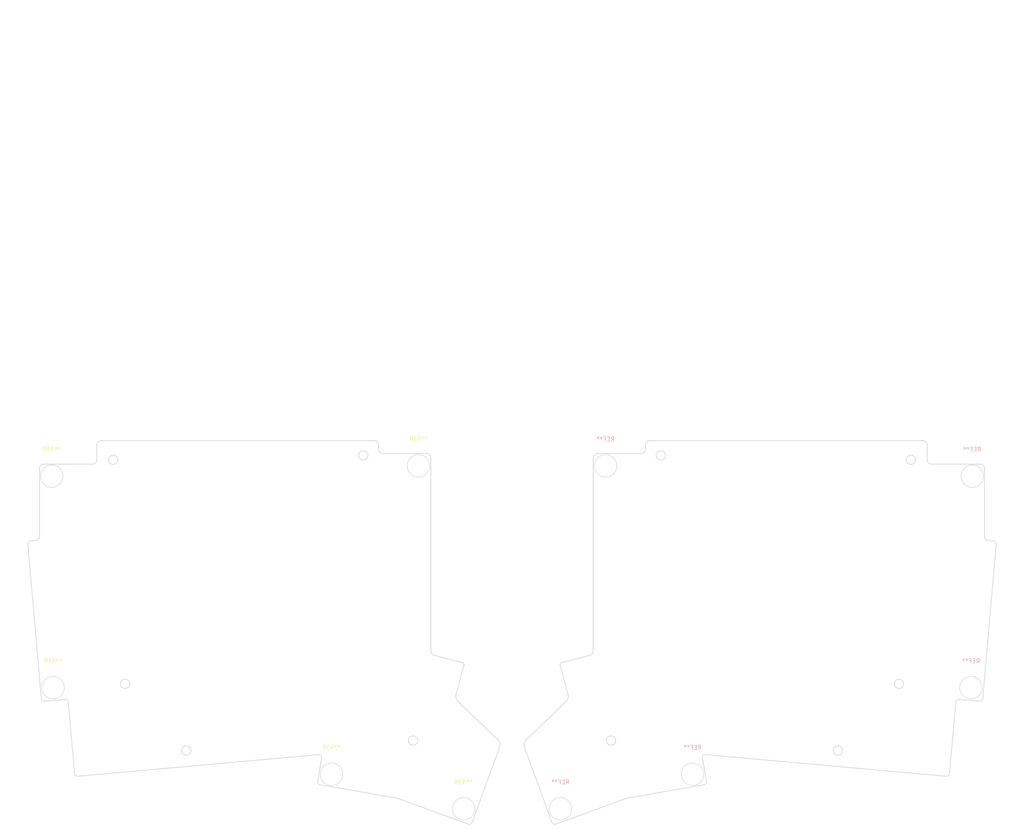
<source format=kicad_pcb>
(kicad_pcb (version 20221018) (generator pcbnew)
  (layers (0 "F.Cu" signal) (31 "B.Cu" signal) (34 "B.Paste" user) (35 "F.Paste" user) (36 "B.SilkS" user "B.Silkscreen") (37 "F.SilkS" user "F.Silkscreen") (38 "B.Mask" user) (39 "F.Mask" user) (44 "Edge.Cuts" user))
  (net 0 "")
  (footprint "jw_custom_footprint:MountingHole_5.3mm_M5_cutout" (layer "F.Cu") (at 96.2782 142.674786)
    (fp_text reference "REF**" (at 0 -6.3) (layer "F.SilkS"))
    (fp_text value "MountingHole_5.3mm_M5_cutout")
    (fp_circle (center 0 0) (end 2.65 0) (stroke (width 0.12)) (fill none) (layer "Edge.Cuts"))
  )
  (footprint "jw_custom_footprint:MountingHole_2.2mm_M2_cutout" (layer "F.Cu") (at 103.782586 67.431096)
    (fp_text reference "TH1" hide)
    (fp_text value "HOLE")
    (fp_circle (center 0 0) (end 1.1 0) (stroke (width 0.15)) (fill none) (layer "Edge.Cuts"))
  )
  (footprint "jw_custom_footprint:MountingHole_5.3mm_M5_cutout" (layer "F.Cu") (at 127.4694 150.853586)
    (fp_text reference "REF**" (at 0 -6.3) (layer "F.SilkS"))
    (fp_text value "MountingHole_5.3mm_M5_cutout")
    (fp_circle (center 0 0) (end 2.65 0) (stroke (width 0.12)) (fill none) (layer "Edge.Cuts"))
  )
  (footprint "jw_custom_footprint:MountingHole_5.3mm_M5_cutout" (layer "F.Cu") (at 116.8014 69.878386)
    (fp_text reference "REF**" (at 0 -6.3) (layer "F.SilkS"))
    (fp_text value "MountingHole_5.3mm_M5_cutout")
    (fp_circle (center 0 0) (end 2.65 0) (stroke (width 0.12)) (fill none) (layer "Edge.Cuts"))
  )
  (footprint "jw_custom_footprint:MountingHole_2.2mm_M2_cutout" (layer "F.Cu") (at 62.024986 137.077896)
    (fp_text reference "TH3" hide)
    (fp_text value "HOLE")
    (fp_circle (center 0 0) (end 1.1 0) (stroke (width 0.15)) (fill none) (layer "Edge.Cuts"))
  )
  (footprint "jw_custom_footprint:MountingHole_2.2mm_M2_cutout" (layer "F.Cu") (at 115.517386 134.741096)
    (fp_text reference "TH5" hide)
    (fp_text value "HOLE")
    (fp_circle (center 0 0) (end 1.1 0) (stroke (width 0.15)) (fill none) (layer "Edge.Cuts"))
  )
  (footprint "jw_custom_footprint:MountingHole_5.3mm_M5_cutout" (layer "F.Cu") (at 30.5938 122.253186)
    (fp_text reference "REF**" (at 0 -6.3) (layer "F.SilkS"))
    (fp_text value "MountingHole_5.3mm_M5_cutout")
    (fp_circle (center 0 0) (end 2.65 0) (stroke (width 0.12)) (fill none) (layer "Edge.Cuts"))
  )
  (footprint "jw_custom_footprint:MountingHole_2.2mm_M2_cutout" (layer "F.Cu") (at 47.597786 121.329896)
    (fp_text reference "TH6" hide)
    (fp_text value "HOLE")
    (fp_circle (center 0 0) (end 1.1 0) (stroke (width 0.15)) (fill none) (layer "Edge.Cuts"))
  )
  (footprint "jw_custom_footprint:MountingHole_5.3mm_M5_cutout" (layer "F.Cu") (at 30.289 72.316786)
    (fp_text reference "REF**" (at 0 -6.3) (layer "F.SilkS"))
    (fp_text value "MountingHole_5.3mm_M5_cutout")
    (fp_circle (center 0 0) (end 2.65 0) (stroke (width 0.12)) (fill none) (layer "Edge.Cuts"))
  )
  (footprint "jw_custom_footprint:MountingHole_2.2mm_M2_cutout" (layer "F.Cu") (at 44.778386 68.43751)
    (fp_text reference "TH2" hide)
    (fp_text value "HOLE")
    (fp_circle (center 0 0) (end 1.1 0) (stroke (width 0.15)) (fill none) (layer "Edge.Cuts"))
  )
  (footprint "jw_custom_footprint:MountingHole_5.3mm_M5_cutout" (layer "B.Cu") (at 150.289 150.853586 180)
    (fp_text reference "REF**" (at 0 6.3) (layer "B.SilkS") (effects (justify mirror)))
    (fp_text value "MountingHole_5.3mm_M5_cutout")
    (fp_circle (center 0 0) (end 2.65 0) (stroke (width 0.12)) (fill none) (layer "Edge.Cuts"))
  )
  (footprint "jw_custom_footprint:MountingHole_2.2mm_M2_cutout" (layer "B.Cu") (at 162.241014 134.741096 180)
    (fp_text reference "TH5" hide)
    (fp_text value "HOLE")
    (fp_circle (center 0 0) (end 1.1 0) (stroke (width 0.15)) (fill none) (layer "Edge.Cuts"))
  )
  (footprint "jw_custom_footprint:MountingHole_2.2mm_M2_cutout" (layer "B.Cu") (at 215.733414 137.077896 180)
    (fp_text reference "TH3" hide)
    (fp_text value "HOLE")
    (fp_circle (center 0 0) (end 1.1 0) (stroke (width 0.15)) (fill none) (layer "Edge.Cuts"))
  )
  (footprint "jw_custom_footprint:MountingHole_5.3mm_M5_cutout" (layer "B.Cu") (at 247.4694 72.316786 180)
    (fp_text reference "REF**" (at 0 6.3) (layer "B.SilkS") (effects (justify mirror)))
    (fp_text value "MountingHole_5.3mm_M5_cutout")
    (fp_circle (center 0 0) (end 2.65 0) (stroke (width 0.12)) (fill none) (layer "Edge.Cuts"))
  )
  (footprint "jw_custom_footprint:MountingHole_2.2mm_M2_cutout" (layer "B.Cu") (at 230.160614 121.329896 180)
    (fp_text reference "TH6" hide)
    (fp_text value "HOLE")
    (fp_circle (center 0 0) (end 1.1 0) (stroke (width 0.15)) (fill none) (layer "Edge.Cuts"))
  )
  (footprint "jw_custom_footprint:MountingHole_2.2mm_M2_cutout" (layer "B.Cu") (at 173.975814 67.431096 180)
    (fp_text reference "TH1" hide)
    (fp_text value "HOLE")
    (fp_circle (center 0 0) (end 1.1 0) (stroke (width 0.15)) (fill none) (layer "Edge.Cuts"))
  )
  (footprint "jw_custom_footprint:MountingHole_5.3mm_M5_cutout" (layer "B.Cu") (at 160.957 69.878386 180)
    (fp_text reference "REF**" (at 0 6.3) (layer "B.SilkS") (effects (justify mirror)))
    (fp_text value "MountingHole_5.3mm_M5_cutout")
    (fp_circle (center 0 0) (end 2.65 0) (stroke (width 0.12)) (fill none) (layer "Edge.Cuts"))
  )
  (footprint "jw_custom_footprint:MountingHole_2.2mm_M2_cutout" (layer "B.Cu") (at 232.980014 68.43751 180)
    (fp_text reference "TH2" hide)
    (fp_text value "HOLE")
    (fp_circle (center 0 0) (end 1.1 0) (stroke (width 0.15)) (fill none) (layer "Edge.Cuts"))
  )
  (footprint "jw_custom_footprint:MountingHole_5.3mm_M5_cutout" (layer "B.Cu") (at 181.4802 142.674786 180)
    (fp_text reference "REF**" (at 0 6.3) (layer "B.SilkS") (effects (justify mirror)))
    (fp_text value "MountingHole_5.3mm_M5_cutout")
    (fp_circle (center 0 0) (end 2.65 0) (stroke (width 0.12)) (fill none) (layer "Edge.Cuts"))
  )
  (footprint "jw_custom_footprint:MountingHole_5.3mm_M5_cutout" (layer "B.Cu") (at 247.1646 122.253186 180)
    (fp_text reference "REF**" (at 0 6.3) (layer "B.SilkS") (effects (justify mirror)))
    (fp_text value "MountingHole_5.3mm_M5_cutout")
    (fp_circle (center 0 0) (end 2.65 0) (stroke (width 0.12)) (fill none) (layer "Edge.Cuts"))
  )
  (gr_line (start 40.934567 65.047496) (end 40.934567 68.345496) (stroke (width 0.15)) (layer "Edge.Cuts"))
  (gr_line (start 165.898614 148.355496) (end 149.337814 154.400696) (stroke (width 0.15)) (layer "Edge.Cuts"))
  (gr_line (start 93.964515 138.75226) (end 93.012986 144.240696) (stroke (width 0.15)) (layer "Edge.Cuts"))
  (gr_line (start 236.823833 68.345496) (end 236.823833 65.047496) (stroke (width 0.15)) (layer "Edge.Cuts"))
  (gr_line (start 125.677386 123.819096) (end 127.545343 116.886247) (stroke (width 0.15)) (layer "Edge.Cuts"))
  (gr_line (start 242.107158 142.409373) (end 243.563314 125.775682) (stroke (width 0.15)) (layer "Edge.Cuts"))
  (gr_arc (start 149.337814 154.400696) (mid 148.663786 154.400242) (end 148.220214 153.892696) (stroke (width 0.15)) (layer "Edge.Cuts"))
  (gr_line (start 252.461814 87.606297) (end 250.988614 87.415568) (stroke (width 0.15)) (layer "Edge.Cuts"))
  (gr_line (start 184.440614 138.043096) (end 241.266857 143.151761) (stroke (width 0.15)) (layer "Edge.Cuts"))
  (gr_arc (start 93.317786 138.043096) (mid 93.809638 138.244024) (end 93.964515 138.75226) (stroke (width 0.15)) (layer "Edge.Cuts"))
  (gr_line (start 171.385014 63.92551) (end 235.719137 63.92551) (stroke (width 0.15)) (layer "Edge.Cuts"))
  (gr_line (start 24.649107 88.453329) (end 27.802354 124.719691) (stroke (width 0.15)) (layer "Edge.Cuts"))
  (gr_arc (start 40.934567 68.345496) (mid 40.625115 69.145977) (end 39.829871 69.46862) (stroke (width 0.15)) (layer "Edge.Cuts"))
  (gr_arc (start 170.35611 65.009038) (mid 170.641884 64.250117) (end 171.385014 63.92551) (stroke (width 0.15)) (layer "Edge.Cuts"))
  (gr_arc (start 183.793885 138.75226) (mid 183.948757 138.244021) (end 184.440614 138.043096) (stroke (width 0.15)) (layer "Edge.Cuts"))
  (gr_line (start 128.420586 154.400696) (end 111.859786 148.355496) (stroke (width 0.15)) (layer "Edge.Cuts"))
  (gr_arc (start 184.745414 144.240696) (mid 184.67147 144.82346) (end 184.186614 145.155096) (stroke (width 0.15)) (layer "Edge.Cuts"))
  (gr_arc (start 118.614259 66.97942) (mid 119.414533 67.298862) (end 119.734164 68.099097) (stroke (width 0.15)) (layer "Edge.Cuts"))
  (gr_line (start 111.859786 148.355496) (end 93.571786 145.155096) (stroke (width 0.15)) (layer "Edge.Cuts"))
  (gr_line (start 157.262614 114.573496) (end 150.492457 116.378247) (stroke (width 0.15)) (layer "Edge.Cuts"))
  (gr_line (start 126.134586 125.495496) (end 135.524278 134.549542) (stroke (width 0.15)) (layer "Edge.Cuts"))
  (gr_arc (start 108.506986 66.97942) (mid 107.711772 66.656752) (end 107.40229 65.856296) (stroke (width 0.15)) (layer "Edge.Cuts"))
  (gr_line (start 107.40229 65.856296) (end 107.40229 65.009038) (stroke (width 0.15)) (layer "Edge.Cuts"))
  (gr_arc (start 126.134586 125.495496) (mid 125.699059 124.71373) (end 125.677386 123.819096) (stroke (width 0.15)) (layer "Edge.Cuts"))
  (gr_arc (start 158.024614 113.557496) (mid 157.821762 114.199093) (end 157.262614 114.573496) (stroke (width 0.15)) (layer "Edge.Cuts"))
  (gr_line (start 26.769786 87.415568) (end 25.296586 87.606297) (stroke (width 0.15)) (layer "Edge.Cuts"))
  (gr_line (start 249.363014 69.46862) (end 237.928529 69.46862) (stroke (width 0.15)) (layer "Edge.Cuts"))
  (gr_line (start 34.195086 125.775682) (end 35.651242 142.409373) (stroke (width 0.15)) (layer "Edge.Cuts"))
  (gr_arc (start 28.649386 125.444696) (mid 28.065966 125.269021) (end 27.802354 124.719691) (stroke (width 0.15)) (layer "Edge.Cuts"))
  (gr_arc (start 242.107158 142.409373) (mid 241.844483 142.958831) (end 241.266857 143.151761) (stroke (width 0.15)) (layer "Edge.Cuts"))
  (gr_arc (start 40.934567 65.047496) (mid 41.244123 64.247438) (end 42.039263 63.92551) (stroke (width 0.15)) (layer "Edge.Cuts"))
  (gr_line (start 141.776922 136.200542) (end 148.220214 153.892696) (stroke (width 0.15)) (layer "Edge.Cuts"))
  (gr_line (start 184.186614 145.155096) (end 165.898614 148.355496) (stroke (width 0.15)) (layer "Edge.Cuts"))
  (gr_arc (start 158.024236 68.099097) (mid 158.343835 67.298832) (end 159.144141 66.97942) (stroke (width 0.15)) (layer "Edge.Cuts"))
  (gr_line (start 42.039263 63.92551) (end 106.373386 63.92551) (stroke (width 0.15)) (layer "Edge.Cuts"))
  (gr_arc (start 33.324899 125.035909) (mid 33.923893 125.212995) (end 34.195086 125.775682) (stroke (width 0.15)) (layer "Edge.Cuts"))
  (gr_line (start 250.363281 86.602768) (end 250.363281 70.529896) (stroke (width 0.15)) (layer "Edge.Cuts"))
  (gr_arc (start 106.373386 63.92551) (mid 107.116532 64.250132) (end 107.40229 65.009038) (stroke (width 0.15)) (layer "Edge.Cuts"))
  (gr_arc (start 170.35611 65.856296) (mid 170.046619 66.656712) (end 169.251414 66.97942) (stroke (width 0.15)) (layer "Edge.Cuts"))
  (gr_line (start 142.234122 134.549542) (end 151.623814 125.495496) (stroke (width 0.15)) (layer "Edge.Cuts"))
  (gr_arc (start 141.776922 136.200542) (mid 141.777363 135.311864) (end 142.234122 134.549542) (stroke (width 0.15)) (layer "Edge.Cuts"))
  (gr_line (start 158.024614 113.557496) (end 158.024614 68.099097) (stroke (width 0.15)) (layer "Edge.Cuts"))
  (gr_arc (start 249.956046 124.719691) (mid 249.69245 125.269042) (end 249.109014 125.444696) (stroke (width 0.15)) (layer "Edge.Cuts"))
  (gr_line (start 249.956046 124.719691) (end 253.109293 88.453329) (stroke (width 0.15)) (layer "Edge.Cuts"))
  (gr_line (start 159.144141 66.97942) (end 169.251414 66.97942) (stroke (width 0.15)) (layer "Edge.Cuts"))
  (gr_arc (start 127.265943 116.378247) (mid 127.518747 116.57004) (end 127.545343 116.886247) (stroke (width 0.15)) (layer "Edge.Cuts"))
  (gr_line (start 28.649386 125.444696) (end 33.324899 125.035909) (stroke (width 0.15)) (layer "Edge.Cuts"))
  (gr_line (start 129.538186 153.892696) (end 135.981478 136.200542) (stroke (width 0.15)) (layer "Edge.Cuts"))
  (gr_line (start 150.213057 116.886247) (end 152.081014 123.819096) (stroke (width 0.15)) (layer "Edge.Cuts"))
  (gr_line (start 127.265943 116.378247) (end 120.495786 114.573496) (stroke (width 0.15)) (layer "Edge.Cuts"))
  (gr_line (start 170.35611 65.009038) (end 170.35611 65.856296) (stroke (width 0.15)) (layer "Edge.Cuts"))
  (gr_arc (start 27.395119 70.529896) (mid 27.681615 69.797892) (end 28.395386 69.46862) (stroke (width 0.15)) (layer "Edge.Cuts"))
  (gr_arc (start 129.538186 153.892696) (mid 129.094636 154.40027) (end 128.420586 154.400696) (stroke (width 0.15)) (layer "Edge.Cuts"))
  (gr_arc (start 36.491543 143.151761) (mid 35.913919 142.958797) (end 35.651242 142.409373) (stroke (width 0.15)) (layer "Edge.Cuts"))
  (gr_arc (start 24.649107 88.453329) (mid 24.799827 87.897554) (end 25.296586 87.606297) (stroke (width 0.15)) (layer "Edge.Cuts"))
  (gr_arc (start 120.495786 114.573496) (mid 119.936627 114.199124) (end 119.733786 113.557496) (stroke (width 0.15)) (layer "Edge.Cuts"))
  (gr_line (start 27.395119 70.529896) (end 27.395119 86.602768) (stroke (width 0.15)) (layer "Edge.Cuts"))
  (gr_arc (start 135.524278 134.549542) (mid 135.981048 135.311851) (end 135.981478 136.200542) (stroke (width 0.15)) (layer "Edge.Cuts"))
  (gr_arc (start 250.988614 87.415568) (mid 250.528342 87.122717) (end 250.363281 86.602768) (stroke (width 0.15)) (layer "Edge.Cuts"))
  (gr_arc (start 252.461814 87.606297) (mid 252.958555 87.897562) (end 253.109293 88.453329) (stroke (width 0.15)) (layer "Edge.Cuts"))
  (gr_arc (start 150.213057 116.886247) (mid 150.239649 116.570037) (end 150.492457 116.378247) (stroke (width 0.15)) (layer "Edge.Cuts"))
  (gr_arc (start 249.363014 69.46862) (mid 250.076809 69.797889) (end 250.363281 70.529896) (stroke (width 0.15)) (layer "Edge.Cuts"))
  (gr_arc (start 235.719137 63.92551) (mid 236.514297 64.247441) (end 236.823833 65.047496) (stroke (width 0.15)) (layer "Edge.Cuts"))
  (gr_arc (start 237.928529 69.46862) (mid 237.133291 69.145963) (end 236.823833 68.345496) (stroke (width 0.15)) (layer "Edge.Cuts"))
  (gr_arc (start 93.571786 145.155096) (mid 93.08694 144.823468) (end 93.012986 144.240696) (stroke (width 0.15)) (layer "Edge.Cuts"))
  (gr_line (start 184.745414 144.240696) (end 183.793885 138.75226) (stroke (width 0.15)) (layer "Edge.Cuts"))
  (gr_arc (start 27.395119 86.602768) (mid 27.23003 87.122718) (end 26.769786 87.415568) (stroke (width 0.15)) (layer "Edge.Cuts"))
  (gr_line (start 36.491543 143.151761) (end 93.317786 138.043096) (stroke (width 0.15)) (layer "Edge.Cuts"))
  (gr_line (start 108.506986 66.97942) (end 118.614259 66.97942) (stroke (width 0.15)) (layer "Edge.Cuts"))
  (gr_line (start 119.733786 68.099097) (end 119.733786 113.557496) (stroke (width 0.15)) (layer "Edge.Cuts"))
  (gr_arc (start 152.081014 123.819096) (mid 152.059333 124.713727) (end 151.623814 125.495496) (stroke (width 0.15)) (layer "Edge.Cuts"))
  (gr_line (start 244.433501 125.035909) (end 249.109014 125.444696) (stroke (width 0.15)) (layer "Edge.Cuts"))
  (gr_line (start 39.829871 69.46862) (end 28.395386 69.46862) (stroke (width 0.15)) (layer "Edge.Cuts"))
  (gr_arc (start 243.563314 125.775682) (mid 243.834492 125.212979) (end 244.433501 125.035909) (stroke (width 0.15)) (layer "Edge.Cuts"))
)
</source>
